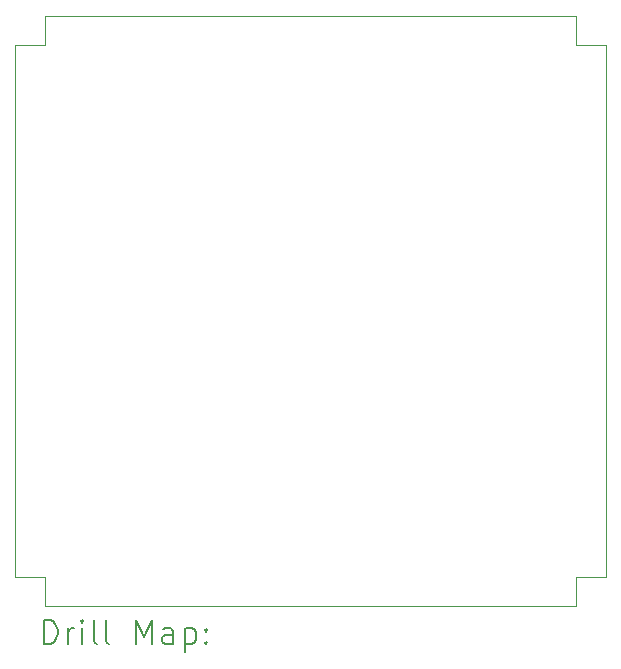
<source format=gbr>
%TF.GenerationSoftware,KiCad,Pcbnew,7.0.2-6a45011f42~172~ubuntu22.04.1*%
%TF.CreationDate,2023-05-08T10:09:07-04:00*%
%TF.ProjectId,v2,76322e6b-6963-4616-945f-706362585858,rev?*%
%TF.SameCoordinates,Original*%
%TF.FileFunction,Drillmap*%
%TF.FilePolarity,Positive*%
%FSLAX45Y45*%
G04 Gerber Fmt 4.5, Leading zero omitted, Abs format (unit mm)*
G04 Created by KiCad (PCBNEW 7.0.2-6a45011f42~172~ubuntu22.04.1) date 2023-05-08 10:09:07*
%MOMM*%
%LPD*%
G01*
G04 APERTURE LIST*
%ADD10C,0.100000*%
%ADD11C,0.200000*%
G04 APERTURE END LIST*
D10*
X7750000Y-12500000D02*
X12250000Y-12500000D01*
X7500000Y-7750000D02*
X7500000Y-12250000D01*
X12250000Y-7500000D02*
X7750000Y-7500000D01*
X12500000Y-7750000D02*
X12500000Y-12250000D01*
X12250000Y-7750000D02*
X12500000Y-7750000D01*
X12250000Y-7500000D02*
X12250000Y-7750000D01*
X12250000Y-12250000D02*
X12250000Y-12500000D01*
X12500000Y-12250000D02*
X12250000Y-12250000D01*
X7750000Y-12250000D02*
X7750000Y-12500000D01*
X7500000Y-12250000D02*
X7750000Y-12250000D01*
X7750000Y-7750000D02*
X7750000Y-7500000D01*
X7500000Y-7750000D02*
X7750000Y-7750000D01*
D11*
X7742619Y-12817524D02*
X7742619Y-12617524D01*
X7742619Y-12617524D02*
X7790238Y-12617524D01*
X7790238Y-12617524D02*
X7818809Y-12627048D01*
X7818809Y-12627048D02*
X7837857Y-12646095D01*
X7837857Y-12646095D02*
X7847381Y-12665143D01*
X7847381Y-12665143D02*
X7856905Y-12703238D01*
X7856905Y-12703238D02*
X7856905Y-12731809D01*
X7856905Y-12731809D02*
X7847381Y-12769905D01*
X7847381Y-12769905D02*
X7837857Y-12788952D01*
X7837857Y-12788952D02*
X7818809Y-12808000D01*
X7818809Y-12808000D02*
X7790238Y-12817524D01*
X7790238Y-12817524D02*
X7742619Y-12817524D01*
X7942619Y-12817524D02*
X7942619Y-12684190D01*
X7942619Y-12722286D02*
X7952143Y-12703238D01*
X7952143Y-12703238D02*
X7961667Y-12693714D01*
X7961667Y-12693714D02*
X7980714Y-12684190D01*
X7980714Y-12684190D02*
X7999762Y-12684190D01*
X8066428Y-12817524D02*
X8066428Y-12684190D01*
X8066428Y-12617524D02*
X8056905Y-12627048D01*
X8056905Y-12627048D02*
X8066428Y-12636571D01*
X8066428Y-12636571D02*
X8075952Y-12627048D01*
X8075952Y-12627048D02*
X8066428Y-12617524D01*
X8066428Y-12617524D02*
X8066428Y-12636571D01*
X8190238Y-12817524D02*
X8171190Y-12808000D01*
X8171190Y-12808000D02*
X8161667Y-12788952D01*
X8161667Y-12788952D02*
X8161667Y-12617524D01*
X8295000Y-12817524D02*
X8275952Y-12808000D01*
X8275952Y-12808000D02*
X8266428Y-12788952D01*
X8266428Y-12788952D02*
X8266428Y-12617524D01*
X8523571Y-12817524D02*
X8523571Y-12617524D01*
X8523571Y-12617524D02*
X8590238Y-12760381D01*
X8590238Y-12760381D02*
X8656905Y-12617524D01*
X8656905Y-12617524D02*
X8656905Y-12817524D01*
X8837857Y-12817524D02*
X8837857Y-12712762D01*
X8837857Y-12712762D02*
X8828333Y-12693714D01*
X8828333Y-12693714D02*
X8809286Y-12684190D01*
X8809286Y-12684190D02*
X8771190Y-12684190D01*
X8771190Y-12684190D02*
X8752143Y-12693714D01*
X8837857Y-12808000D02*
X8818810Y-12817524D01*
X8818810Y-12817524D02*
X8771190Y-12817524D01*
X8771190Y-12817524D02*
X8752143Y-12808000D01*
X8752143Y-12808000D02*
X8742619Y-12788952D01*
X8742619Y-12788952D02*
X8742619Y-12769905D01*
X8742619Y-12769905D02*
X8752143Y-12750857D01*
X8752143Y-12750857D02*
X8771190Y-12741333D01*
X8771190Y-12741333D02*
X8818810Y-12741333D01*
X8818810Y-12741333D02*
X8837857Y-12731809D01*
X8933095Y-12684190D02*
X8933095Y-12884190D01*
X8933095Y-12693714D02*
X8952143Y-12684190D01*
X8952143Y-12684190D02*
X8990238Y-12684190D01*
X8990238Y-12684190D02*
X9009286Y-12693714D01*
X9009286Y-12693714D02*
X9018810Y-12703238D01*
X9018810Y-12703238D02*
X9028333Y-12722286D01*
X9028333Y-12722286D02*
X9028333Y-12779428D01*
X9028333Y-12779428D02*
X9018810Y-12798476D01*
X9018810Y-12798476D02*
X9009286Y-12808000D01*
X9009286Y-12808000D02*
X8990238Y-12817524D01*
X8990238Y-12817524D02*
X8952143Y-12817524D01*
X8952143Y-12817524D02*
X8933095Y-12808000D01*
X9114048Y-12798476D02*
X9123571Y-12808000D01*
X9123571Y-12808000D02*
X9114048Y-12817524D01*
X9114048Y-12817524D02*
X9104524Y-12808000D01*
X9104524Y-12808000D02*
X9114048Y-12798476D01*
X9114048Y-12798476D02*
X9114048Y-12817524D01*
X9114048Y-12693714D02*
X9123571Y-12703238D01*
X9123571Y-12703238D02*
X9114048Y-12712762D01*
X9114048Y-12712762D02*
X9104524Y-12703238D01*
X9104524Y-12703238D02*
X9114048Y-12693714D01*
X9114048Y-12693714D02*
X9114048Y-12712762D01*
M02*

</source>
